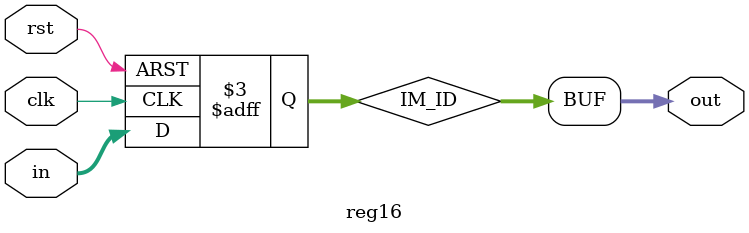
<source format=v>
module reg16 (in, rst, clk, out);

input [15:0] in;
input rst, clk;

output [15:0] out;

reg [15:0] IM_ID;

always @(posedge clk or negedge rst)
	if (!rst)
		IM_ID <= 16'hFFFF;
	else  
		IM_ID <= in;

assign out = IM_ID;
endmodule 

</source>
